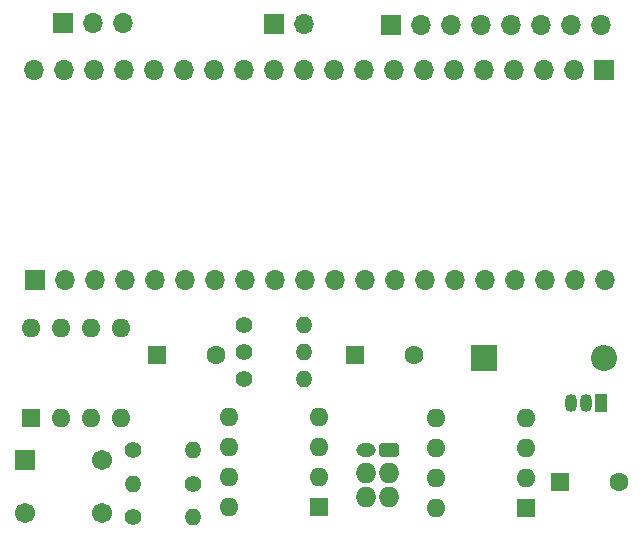
<source format=gbr>
%TF.GenerationSoftware,KiCad,Pcbnew,7.0.7*%
%TF.CreationDate,2023-11-13T10:05:20-05:00*%
%TF.ProjectId,Capstone-board-v1,43617073-746f-46e6-952d-626f6172642d,rev?*%
%TF.SameCoordinates,Original*%
%TF.FileFunction,Soldermask,Bot*%
%TF.FilePolarity,Negative*%
%FSLAX46Y46*%
G04 Gerber Fmt 4.6, Leading zero omitted, Abs format (unit mm)*
G04 Created by KiCad (PCBNEW 7.0.7) date 2023-11-13 10:05:20*
%MOMM*%
%LPD*%
G01*
G04 APERTURE LIST*
G04 Aperture macros list*
%AMRoundRect*
0 Rectangle with rounded corners*
0 $1 Rounding radius*
0 $2 $3 $4 $5 $6 $7 $8 $9 X,Y pos of 4 corners*
0 Add a 4 corners polygon primitive as box body*
4,1,4,$2,$3,$4,$5,$6,$7,$8,$9,$2,$3,0*
0 Add four circle primitives for the rounded corners*
1,1,$1+$1,$2,$3*
1,1,$1+$1,$4,$5*
1,1,$1+$1,$6,$7*
1,1,$1+$1,$8,$9*
0 Add four rect primitives between the rounded corners*
20,1,$1+$1,$2,$3,$4,$5,0*
20,1,$1+$1,$4,$5,$6,$7,0*
20,1,$1+$1,$6,$7,$8,$9,0*
20,1,$1+$1,$8,$9,$2,$3,0*%
G04 Aperture macros list end*
%ADD10RoundRect,0.250000X-0.575000X0.350000X-0.575000X-0.350000X0.575000X-0.350000X0.575000X0.350000X0*%
%ADD11O,1.650000X1.200000*%
%ADD12O,1.750000X1.750000*%
%ADD13O,1.700000X1.700000*%
%ADD14R,1.700000X1.700000*%
%ADD15C,1.712000*%
%ADD16RoundRect,0.102000X-0.754000X-0.754000X0.754000X-0.754000X0.754000X0.754000X-0.754000X0.754000X0*%
%ADD17O,1.050000X1.500000*%
%ADD18R,1.050000X1.500000*%
%ADD19C,1.400000*%
%ADD20O,1.400000X1.400000*%
%ADD21O,1.600000X1.600000*%
%ADD22R,1.600000X1.600000*%
%ADD23C,1.600000*%
%ADD24O,2.200000X2.200000*%
%ADD25R,2.200000X2.200000*%
G04 APERTURE END LIST*
D10*
%TO.C,BT1*%
X54740000Y-59600000D03*
D11*
X52740000Y-59600000D03*
D12*
X54740000Y-61600000D03*
X52740000Y-61600000D03*
X54740000Y-63600000D03*
X52740000Y-63600000D03*
%TD*%
D13*
%TO.C,M1*%
X47480000Y-23540000D03*
D14*
X44940000Y-23540000D03*
%TD*%
D13*
%TO.C,U3*%
X32200000Y-23470000D03*
X29660000Y-23470000D03*
D14*
X27120000Y-23470000D03*
%TD*%
D15*
%TO.C,S1*%
X30428000Y-64988000D03*
X23928000Y-64988000D03*
X30428000Y-60488000D03*
D16*
X23928000Y-60488000D03*
%TD*%
D17*
%TO.C,Q1*%
X70104000Y-55626000D03*
X71374000Y-55626000D03*
D18*
X72644000Y-55626000D03*
%TD*%
D19*
%TO.C,R4*%
X42418000Y-49022000D03*
D20*
X47498000Y-49022000D03*
%TD*%
D21*
%TO.C,U2*%
X41148000Y-64470500D03*
X41148000Y-61930500D03*
X41148000Y-59390500D03*
X41148000Y-56850500D03*
X48768000Y-56850500D03*
X48768000Y-59390500D03*
X48768000Y-61930500D03*
D22*
X48768000Y-64470500D03*
%TD*%
D21*
%TO.C,U1*%
X58664000Y-64506000D03*
X58664000Y-61966000D03*
X58664000Y-59426000D03*
X58664000Y-56886000D03*
X66284000Y-56886000D03*
X66284000Y-59426000D03*
X66284000Y-61966000D03*
D22*
X66284000Y-64506000D03*
%TD*%
D23*
%TO.C,C1*%
X40092000Y-51562000D03*
D22*
X35092000Y-51562000D03*
%TD*%
D19*
%TO.C,R6*%
X42418000Y-53594000D03*
D20*
X47498000Y-53594000D03*
%TD*%
D19*
%TO.C,R2*%
X38130000Y-62480000D03*
D20*
X33050000Y-62480000D03*
%TD*%
D19*
%TO.C,R3*%
X33020000Y-59644500D03*
D20*
X38100000Y-59644500D03*
%TD*%
D22*
%TO.C,C3*%
X51856000Y-51562000D03*
D23*
X56856000Y-51562000D03*
%TD*%
D22*
%TO.C,U4*%
X24394000Y-56886000D03*
D21*
X26934000Y-56886000D03*
X29474000Y-56886000D03*
X32014000Y-56886000D03*
X32014000Y-49266000D03*
X29474000Y-49266000D03*
X26934000Y-49266000D03*
X24394000Y-49266000D03*
%TD*%
D13*
%TO.C,J3*%
X72644000Y-23622000D03*
X70104000Y-23622000D03*
X67564000Y-23622000D03*
X65024000Y-23622000D03*
X62484000Y-23622000D03*
X59944000Y-23622000D03*
X57404000Y-23622000D03*
D14*
X54864000Y-23622000D03*
%TD*%
D13*
%TO.C,J1*%
X24638000Y-27432000D03*
X27178000Y-27432000D03*
X29718000Y-27432000D03*
X32258000Y-27432000D03*
X34798000Y-27432000D03*
X37338000Y-27432000D03*
X39878000Y-27432000D03*
X42418000Y-27432000D03*
X44958000Y-27432000D03*
X47498000Y-27432000D03*
X50038000Y-27432000D03*
X52578000Y-27432000D03*
X55118000Y-27432000D03*
X57658000Y-27432000D03*
X60198000Y-27432000D03*
X62738000Y-27432000D03*
X65278000Y-27432000D03*
X67818000Y-27432000D03*
X70358000Y-27432000D03*
D14*
X72898000Y-27432000D03*
%TD*%
D19*
%TO.C,R5*%
X42418000Y-51308000D03*
D20*
X47498000Y-51308000D03*
%TD*%
D13*
%TO.C,J2*%
X72974200Y-45212000D03*
X70434200Y-45212000D03*
X67894200Y-45212000D03*
X65354200Y-45212000D03*
X62814200Y-45212000D03*
X60274200Y-45212000D03*
X57734200Y-45212000D03*
X55194200Y-45212000D03*
X52654200Y-45212000D03*
X50114200Y-45212000D03*
X47574200Y-45212000D03*
X45034200Y-45212000D03*
X42494200Y-45212000D03*
X39954200Y-45212000D03*
X37414200Y-45212000D03*
X34874200Y-45212000D03*
X32334200Y-45212000D03*
X29794200Y-45212000D03*
X27254200Y-45212000D03*
D14*
X24714200Y-45212000D03*
%TD*%
D23*
%TO.C,C2*%
X74168000Y-62378000D03*
D22*
X69168000Y-62378000D03*
%TD*%
D24*
%TO.C,D1*%
X72898000Y-51816000D03*
D25*
X62738000Y-51816000D03*
%TD*%
D19*
%TO.C,R1*%
X33050000Y-65300000D03*
D20*
X38130000Y-65300000D03*
%TD*%
M02*

</source>
